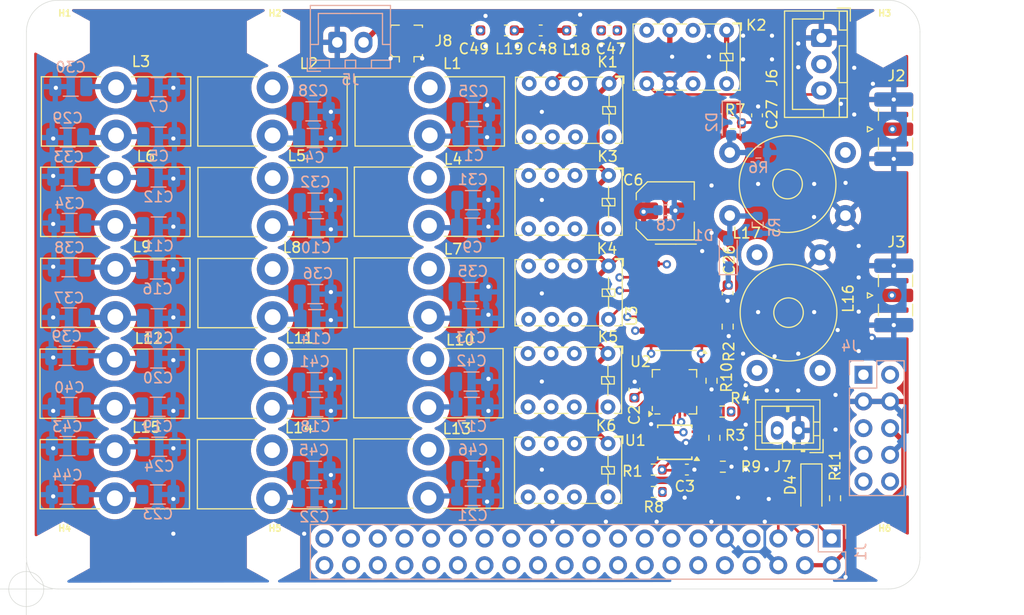
<source format=kicad_pcb>
(kicad_pcb (version 20241229) (generator "pcbnew") (generator_version "9.0")
  (layers (0 "F.Cu" signal) (4 "In1.Cu" signal) (6 "In2.Cu" signal) (2 "B.Cu" signal) (13 "F.Paste" user) (15 "B.Paste" user) (5 "F.SilkS" user "F.Silkscreen") (7 "B.SilkS" user "B.Silkscreen") (1 "F.Mask" user) (3 "B.Mask" user) (25 "Edge.Cuts" user))
  (net 0 "")
  (net 1 "GND")
  (net 2 "Net-(C28-Pad1)")
  (net 3 "Net-(C29-Pad1)")
  (net 4 "Net-(C30-Pad1)")
  (net 5 "Net-(C31-Pad1)")
  (net 6 "Net-(C10-Pad1)")
  (net 7 "Net-(C11-Pad1)")
  (net 8 "Net-(C12-Pad1)")
  (net 9 "Net-(C13-Pad1)")
  (net 10 "Net-(C14-Pad1)")
  (net 11 "Net-(C15-Pad1)")
  (net 12 "Net-(C16-Pad1)")
  (net 13 "Net-(C17-Pad1)")
  (net 14 "Net-(J1-Pin_1)")
  (net 15 "Net-(C1-Pad1)")
  (net 16 "Net-(C18-Pad1)")
  (net 17 "Net-(C19-Pad1)")
  (net 18 "Net-(C20-Pad1)")
  (net 19 "Net-(C21-Pad1)")
  (net 20 "Net-(C22-Pad1)")
  (net 21 "Net-(C23-Pad1)")
  (net 22 "Net-(C24-Pad1)")
  (net 23 "Net-(J1-Pin_3)")
  (net 24 "Net-(J4-Pin_6)")
  (net 25 "Net-(J1-Pin_5)")
  (net 55 "Net-(K1-Pad2)")
  (net 56 "Net-(K1-Pad3)")
  (net 61 "Net-(K3-Pad2)")
  (net 62 "Net-(K1-Pad6)")
  (net 63 "Net-(U3-O6)")
  (net 64 "Net-(K4-Pad2)")
  (net 65 "Net-(U3-O5)")
  (net 66 "Net-(K3-Pad6)")
  (net 67 "Net-(K4-Pad6)")
  (net 68 "Net-(U3-O3)")
  (net 69 "Net-(K5-Pad2)")
  (net 70 "Net-(K5-Pad6)")
  (net 71 "Net-(U3-O4)")
  (net 72 "Net-(K6-Pad2)")
  (net 77 "Net-(J6-Pin_3)")
  (net 79 "Net-(D1-K)")
  (net 80 "Net-(D2-K)")
  (net 81 "Net-(U2-GP1)")
  (net 82 "Net-(U2-GP2)")
  (net 83 "Net-(U2-GP3)")
  (net 84 "Net-(U2-GP4)")
  (net 85 "Net-(U3-O1)")
  (net 86 "Net-(J7-Pin_2)")
  (net 88 "Net-(U3-O2)")
  (net 89 "Net-(D1-A)")
  (net 90 "Net-(J3-In)")
  (net 91 "Net-(K6-Pad6)")
  (net 92 "Net-(U1-AIN1)")
  (net 93 "Net-(J2-In)")
  (net 94 "Net-(J5-Pin_2)")
  (net 101 "Net-(U2-GP5)")
  (net 102 "Net-(D2-A)")
  (net 103 "Net-(C47-Pad1)")
  (net 104 "Net-(C47-Pad2)")
  (net 105 "Net-(C48-Pad2)")
  (net 106 "Net-(U1-AIN3)")
  (net 108 "Net-(U2-GP7)")
  (net 111 "Net-(D4-K)")
  (net 112 "Net-(D4-A)")
  (footprint "Relay_THT:Relay_DPDT_AXICOM_IMSeries_Pitch5.08mm" (layer "F.Cu") (at 155.905 142.295 -90)
    (property "Reference" "K6")
    (property "Value" "IM02TS")
  )
  (footprint "Inductor_THT:L_Toroid_Vertical_L14.0mm_W6.3mm_P4.57mm_Pulse_A" (layer "F.Cu") (at 109.035 125.6825)
    (property "Reference" "L9")
    (property "Value" "773n")
  )
  (footprint "Capacitor_SMD:C_0603_1608Metric" (layer "F.Cu") (at 170.077 111.077 90)
    (property "Reference" "C27")
    (property "Value" "10n")
  )
  (footprint "Library:MountingHole_2.7mm_M2.5_KA" (layer "F.Cu") (at 104.08 103.63)
    (property "Reference" "H1")
    (property "Value" "2.5mm")
  )
  (footprint "Connector_Coaxial:U.FL_Molex_MCRF_73412-0110_Vertical" (layer "F.Cu") (at 136.75 104 180)
    (property "Reference" "J8")
    (property "Value" "RX")
  )
  (footprint "Inductor_THT:L_Toroid_Vertical_L14.0mm_W6.3mm_P4.57mm_Pulse_A" (layer "F.Cu") (at 138.945 108.42)
    (property "Reference" "L1")
    (property "Value" "2.42uh")
  )
  (footprint "Relay_THT:Relay_DPDT_AXICOM_IMSeries_Pitch5.08mm" (layer "F.Cu") (at 156.005 108.045 -90)
    (property "Reference" "K1")
    (property "Value" "IM02TS")
  )
  (footprint "Transformer_THT:Transformer_Toroid_Horizontal_D9.0mm_Amidon-T30" (layer "F.Cu") (at 167.485 120.615)
    (property "Reference" "L17")
    (property "Value" "T37-43 1:13")
  )
  (footprint "Inductor_THT:L_Toroid_Vertical_L14.0mm_W6.3mm_P4.57mm_Pulse_A" (layer "F.Cu") (at 123.985 108.42)
    (property "Reference" "L2")
    (property "Value" "3.01uh")
  )
  (footprint "Inductor_THT:L_Toroid_Vertical_L14.0mm_W6.3mm_P4.57mm_Pulse_A" (layer "F.Cu") (at 109.105 108.42)
    (property "Reference" "L3")
    (property "Value" "2.42uh")
  )
  (footprint "Relay_THT:Relay_DPDT_AXICOM_IMSeries_Pitch5.08mm" (layer "F.Cu") (at 155.895 133.7325 -90)
    (property "Reference" "K5")
    (property "Value" "IM02TS")
  )
  (footprint "Package_SO:SOIC-16_3.9x9.9mm_P1.27mm" (layer "F.Cu") (at 162.355 128.385 180)
    (property "Reference" "U3")
    (property "Value" "ULN2004A")
  )
  (footprint "Capacitor_SMD:C_0603_1608Metric" (layer "F.Cu") (at 163.405 144.775)
    (property "Reference" "C3")
    (property "Value" "100n")
  )
  (footprint "Resistor_SMD:R_0603_1608Metric" (layer "F.Cu") (at 177.5 147.5 -90)
    (property "Reference" "R11")
    (property "Value" "0")
  )
  (footprint "Library:MountingHole_2.7mm_M2.5_KA" (layer "F.Cu") (at 182.08 152.63)
    (property "Reference" "H6")
    (property "Value" "2.5mm")
  )
  (footprint "Capacitor_SMD:C_0603_1608Metric" (layer "F.Cu") (at 156.025 103 180)
    (property "Reference" "C47")
    (property "Value" "2.7n")
  )
  (footprint "Capacitor_SMD:C_0603_1608Metric" (layer "F.Cu") (at 149.5 103 180)
    (property "Reference" "C48")
    (property "Value" "820p")
  )
  (footprint "Library:MountingHole_2.7mm_M2.5_KA" (layer "F.Cu") (at 124.08 103.63)
    (property "Reference" "H2")
    (property "Value" "2.5mm")
  )
  (footprint "Connector_Coaxial:SMA_Samtec_SMA-J-P-H-ST-EM1_EdgeMount" (layer "F.Cu") (at 183.3375 128.205)
    (property "Reference" "J3")
    (property "Value" "Antenna")
  )
  (footprint "Inductor_THT:L_Toroid_Vertical_L14.0mm_W6.3mm_P4.57mm_Pulse_A" (layer "F.Cu") (at 109.035 117.02125)
    (property "Reference" "L6")
    (property "Value" "1.38u")
  )
  (footprint "Capacitor_SMD:C_Elec_5x5.8" (layer "F.Cu") (at 161.349 120.163)
    (property "Reference" "C6")
    (property "Value" "33µ 25V")
  )
  (footprint "Capacitor_SMD:C_0603_1608Metric" (layer "F.Cu") (at 167.285 127.999 -90)
    (property "Reference" "C26")
    (property "Value" "10n")
  )
  (footprint "Inductor_THT:L_Toroid_Vertical_L14.0mm_W6.3mm_P4.57mm_Pulse_A" (layer "F.Cu") (at 108.985 142.929)
    (property "Reference" "L15")
    (property "Value" "300n")
  )
  (footprint "Library:MountingHole_2.7mm_M2.5_KA" (layer "F.Cu") (at 104.08 152.63)
    (property "Reference" "H4")
    (property "Value" "2.5mm")
  )
  (footprint "Library:MountingHole_2.7mm_M2.5_KA" (layer "F.Cu") (at 124.08 152.63)
    (property "Reference" "H5")
    (property "Value" "2.5mm")
  )
  (footprint "Resistor_SMD:R_0603_1608Metric" (layer "F.Cu") (at 165.75 136.325 -90)
    (property "Reference" "R10")
    (property "Value" "3k9")
  )
  (footprint "Transformer_THT:Transformer_Toroid_Horizontal_D9.0mm_Amidon-T30" (layer "F.Cu") (at 176.075 135.345 90)
    (property "Reference" "L16")
    (property "Value" "T37-43 1:13")
  )
  (footprint "Resistor_SMD:R_0603_1608Metric" (layer "F.Cu") (at 167.285 131.173 -90)
    (property "Reference" "R2")
    (property "Value" "10k")
  )
  (footprint "Connector_JST:JST_PH_B2B-PH-K_1x02_P2.00mm_Vertical" (layer "F.Cu") (at 174 141.05 180)
    (property "Reference" "J7")
    (property "Value" "PTT IN")
  )
  (footprint "Library:MountingHole_2.7mm_M2.5_KA" (layer "F.Cu") (at 182.08 103.63)
    (property "Reference" "H3")
    (property "Value" "2.5mm")
  )
  (footprint "Resistor_SMD:R_0603_1608Metric" (layer "F.Cu") (at 166.023 141.754 -90)
    (property "Reference" "R3")
    (property "Value" "1k")
  )
  (footprint "Connector_Coaxial:SMA_Samtec_SMA-J-P-H-ST-EM1_EdgeMount" (layer "F.Cu") (at 183.3375 112.395)
    (property "Reference" "J2")
    (property "Value" "Input")
  )
  (footprint "Resistor_SMD:R_0603_1608Metric" (layer "F.Cu") (at 166.785 139.255 180)
    (property "Reference" "R4")
    (property "Value" "9.0k")
  )
  (footprint "Inductor_THT:L_Toroid_Vertical_L14.0mm_W6.3mm_P4.57mm_Pulse_A" (layer "F.Cu") (at 123.935 134.32525)
    (property "Reference" "L11")
    (property "Value" "561n")
  )
  (footprint "Inductor_THT:L_Toroid_Vertical_L14.0mm_W6.3mm_P4.57mm_Pulse_A" (layer "F.Cu") (at 138.875 125.6525)
    (property "Reference" "L7")
    (property "Value" "773n")
  )
  (footprint "Connector_JST:JST_XH_B3B-XH-A_1x03_P2.50mm_Vertical" (layer "F.Cu") (at 176.203 103.713 -90)
    (property "Reference" "J6")
    (property "Value" "PA")
  )
  (footprint "Inductor_SMD:L_0603_1608Metric" (layer "F.Cu") (at 146.2125 103 180)
    (property "Reference" "L19")
    (property "Value" "2.700µ")
  )
  (footprint "Relay_THT:Relay_DPDT_AXICOM_IMSeries_Pitch5.08mm" (layer "F.Cu") (at 167.185 102.985 -90)
    (property "Reference" "K2")
    (property "Value" "IM02TS")
  )
  (footprint "Capacitor_SMD:C_0603_1608Metric" (layer "F.Cu") (at 143 103 180)
    (property "Reference" "C49")
    (property "Value" "2.7n")
  )
  (footprint "Diode_SMD:D_SOD-123" (layer "F.Cu") (at 175.25 146.6 -90)
    (property "Reference" "D4")
    (property "Value" "MBR0520")
  )
  (footprint "Inductor_THT:L_Toroid_Vertical_L14.0mm_W6.3mm_P4.57mm_Pulse_A" (layer "F.Cu") (at 138.875 117.00625)
    (property "Reference" "L4")
    (property "Value" "1.38u")
  )
  (footprint "Inductor_THT:L_Toroid_Vertical_L14.0mm_W6.3mm_P4.57mm_Pulse_A" (layer "F.Cu") (at 123.995 125.6975)
    (property "Reference" "L8")
    (property "Value" "990n")
  )
  (footprint "Inductor_THT:L_Toroid_Vertical_L14.0mm_W6.3mm_P4.57mm_Pulse_A" (layer "F.Cu") (at 108.975 134.31775)
    (property "Reference" "L12")
    (property "Value" "444n")
  )
  (footprint "Resistor_SMD:R_0603_1608Metric" (layer "F.Cu") (at 166.825 144.5)
    (property "Reference" "R9")
    (property "Value" "1k")
  )
  (footprint "Relay_THT:Relay_DPDT_AXICOM_IMSeries_Pitch5.08mm" (layer "F.Cu") (at 155.955 116.7875 -90)
    (property "Reference" "K3")
    (property "Value" "IM02TS")
  )
  (footprint "Resistor_SMD:R_0603_1608Metric" (layer "F.Cu") (at 160.255 144.773 180)
    (property "Reference" "R1")
    (property "Value" "10k")
  )
  (footprint "Inductor_THT:L_Toroid_Vertical_L14.0mm_W6.3mm_P4.57mm_Pulse_A" (layer "F.Cu") (at 138.825 142.869)
    (property "Reference" "L13")
    (property "Value" "300n")
  )
  (footprint "Package_SO:TSSOP-10_3x3mm_P0.5mm" (layer "F.Cu") (at 162.255 142.175 180)
    (property "Reference" "U1")
    (property "Value" "ADS1115IDGS")
  )
  (footprint "Inductor_THT:L_Toroid_Vertical_L14.0mm_W6.3mm_P4.57mm_Pulse_A" (layer "F.Cu") (at 123.945 142.929)
    (property "Reference" "L14")
    (property "Value" "380n")
  )
  (footprint "Inductor_THT:L_Toroid_Vertical_L14.0mm_W6.3mm_P4.57mm_Pulse_A" (layer "F.Cu") (at 123.995 117.04375)
    (property "Reference" "L5")
    (property "Value" "1.70u")
  )
  (footprint "Inductor_SMD:L_0603_1608Metric" (layer "F.Cu") (at 152.75 103)
    (property "Reference" "L18")
    (property "Value" "2.700µ")
  )
  (footprint "Relay_THT:Relay_DPDT_AXICOM_IMSeries_Pitch5.08mm" (layer "F.Cu") (at 155.955 125.4 -90)
    (property "Reference" "K4")
    (property "Value" "IM02TS")
  )
  (footprint "Package_DFN_QFN:QFN-20-1EP_4x4mm_P0.5mm_EP2.5x2.5mm" (layer "F.Cu") (at 162.225 137.375 90)
    (property "Reference" "U2")
    (property "Value" "MCP23008-xML")
  )
  (footprint "Resistor_SMD:R_0603_1608Metric" (layer "F.Cu") (at 167.771 111.839 180)
    (property "Reference" "R7")
    (property "Value" "10k")
  )
  (footprint "Capacitor_SMD:C_0603_1608Metric" (layer "F.Cu") (at 158.415 137.165 90)
    (property "Reference" "C2")
    (property "Value" "100n")
  )
  (footprint "Resistor_SMD:R_0603_1608Metric" (layer "F.Cu") (at 160.255 146.902 180)
    (property "Reference" "R8")
    (property "Value" "10k")
  )
  (footprint "Inductor_THT:L_Toroid_Vertical_L14.0mm_W6.3mm_P4.57mm_Pulse_A" (layer "F.Cu") (at 138.815 134.27275)
    (property "Reference" "L10")
    (property "Value" "444n")
  )
  (footprint "Capacitor_SMD:C_1206_3216Metric" (layer "B.Cu") (at 143.045 119.145)
    (property "Reference" "C31")
    (property "Value" "0p")
  )
  (footprint "Capacitor_SMD:C_1206_3216Metric" (layer "B.Cu") (at 113.065 138.805)
    (property "Reference" "C19")
    (property "Value" "220p")
  )
  (footprint "Capacitor_SMD:C_0603_1608Metric" (layer "B.Cu") (at 161.429 120.103)
    (property "Reference" "C8")
    (property "Value" "100n")
  )
  (footprint "Capacitor_SMD:C_1206_3216Metric" (layer "B.Cu") (at 104.605 116.885 180)
    (property "Reference" "C33")
    (property "Value" "0p")
  )
  (footprint "Capacitor_SMD:C_1206_3216Metric" (layer "B.Cu") (at 128.075 138.83)
    (property "Reference" "C18")
    (property "Value" "220p")
  )
  (footprint "Capacitor_SMD:C_1206_3216Metric" (layer "B.Cu") (at 143.145 113.055)
    (property "Reference" "C1")
    (property "Value" "470p")
  )
  (footprint "Capacitor_SMD:C_1206_3216Metric" (layer "B.Cu") (at 142.921 136.401)
    (property "Reference" "C42")
    (property "Value" "33p")
  )
  (footprint "Capacitor_SMD:C_1206_3216Metric" (layer "B.Cu") (at 127.935 144.893)
    (property "Reference" "C45")
    (property "Value" "0p")
  )
  (footprint "Capacitor_SMD:C_1206_3216Metric" (layer "B.Cu") (at 142.895 130.375)
    (property "Reference" "C13")
    (property "Value" "150p")
  )
  (footprint "Capacitor_SMD:C_1206_3216Metric" (layer "B.Cu") (at 128.059 128.081)
    (property "Reference" "C36")
    (property "Value" "0p")
  )
  (footprint "Capacitor_SMD:C_1206_3216Metric" (layer "B.Cu") (at 104.475 147.159 180)
    (property "Reference" "C44")
    (property "Value" "0p")
  )
  (footprint "Capacitor_SMD:C_1206_3216Metric" (layer "B.Cu") (at 142.955 138.815)
    (property "Reference" "C17")
    (property "Value" "47p")
  )
  (footprint "Capacitor_SMD:C_1206_3216Metric" (layer "B.Cu") (at 142.791 127.875)
    (property "Reference" "C35")
    (property "Value" "33p")
  )
  (footprint "Capacitor_SMD:C_1206_3216Metric" (layer "B.Cu") (at 113.085 147.145)
    (property "Reference" "C23")
    (property "Value" "150p")
  )
  (footprint "Capacitor_SMD:C_1206_3216Metric" (layer "B.Cu") (at 127.995 113.235)
    (property "Reference" "C4")
    (property "Value" "820p")
  )
  (footprint "Capacitor_SMD:C_1206_3216Metric" (layer "B.Cu") (at 113.145 108.395)
    (property "Reference" "C7")
    (property "Value" "470p")
  )
  (footprint "Capacitor_SMD:C_1206_3216Metric" (layer "B.Cu") (at 127.997 136.463)
    (property "Reference" "C41")
    (property "Value" "0p")
  )
  (footprint "Capacitor_SMD:C_1206_3216Metric" (layer "B.Cu") (at 104.691 121.319 180)
    (property "Reference" "C34")
    (property "Value" "0p")
  )
  (footprint "Resistor_SMD:R_0603_1608Metric" (layer "B.Cu") (at 170.205 114.615)
    (property "Reference" "R6")
    (property "Value" "51")
  )
  (footprint "Diode_SMD:D_SOD-323_HandSoldering" (layer "B.Cu") (at 167.34 124.221 90)
    (property "Reference" "D1")
    (property "Value" "1n5711wds")
  )
  (footprint "Diode_SMD:D_SOD-323_HandSoldering" (layer "B.Cu") (at 167.619 111.725 -90)
    (property "Reference" "D2")
    (property "Value" "1n5711wds")
  )
  (footprint "Capacitor_SMD:C_1206_3216Metric" (layer "B.Cu") (at 113.175 113.105)
    (property "Reference" "C5")
    (property "Value" "820p")
  )
  (footprint "Connector_PinSocket_2.54mm:PinSocket_2x05_P2.54mm_Vertical" (layer "B.Cu") (at 180.2 135.7536 180)
    (property "Reference" "J4")
    (property "Value" "Pwr")
  )
  (footprint "Capacitor_SMD:C_1206_3216Metric" (layer "B.Cu") (at 128.135 121.82)
    (property "Reference" "C10")
    (property "Value" "680p")
  )
  (footprint "Capacitor_SMD:C_1206_3216Metric" (layer "B.Cu") (at 113.215 142.605)
    (property "Reference" "C24")
    (property "Value" "47p")
  )
  (footprint "Capacitor_SMD:C_1206_3216Metric" (layer "B.Cu") (at 128.059 119.383)
    (property "Reference" "C32")
    (property "Value" "0p")
  )
  (footprint "Capacitor_SMD:C_1206_3216Metric" (layer "B.Cu") (at 143.075 144.859)
    (property "Reference" "C46")
    (property "Value" "10p")
  )
  (footprint "Capacitor_SMD:C_1206_3216Metric" (layer "B.Cu") (at 104.499 113.191 180)
    (property "Reference" "C29")
    (property "Value" "390p")
  )
  (footprint "Capacitor_SMD:C_1206_3216Metric" (layer "B.Cu") (at 143.025 147.285)
    (property "Reference" "C21")
    (property "Value" "47p")
  )
  (footprint "Capacitor_SMD:C_1206_3216Metric" (layer "B.Cu") (at 113.145 116.985)
    (property "Reference" "C12")
    (property "Value" "270p")
  )
  (footprint "Capacitor_SMD:C_1206_3216Metric" (layer "B.Cu") (at 113.145 130.385)
    (property "Reference" "C15")
    (property "Value" "390p")
  )
  (footprint "Capacitor_SMD:C_1206_3216Metric" (layer "B.Cu") (at 113.065 125.735)
    (property "Reference" "C16")
    (property "Value" "150p")
  )
  (footprint "Connector_JST:JST_XH_B2B-XH-A_1x02_P2.50mm_Vertical" (layer "B.Cu") (at 130.149 104.135)
    (property "Reference" "J5")
    (property "Value" "RX")
  )
  (footprint "Capacitor_SMD:C_1206_3216Metric" (layer "B.Cu") (at 143.107 110.747)
    (property "Reference" "C25")
    (property "Value" "0p")
  )
  (footprint "Capacitor_SMD:C_1206_3216Metric" (layer "B.Cu") (at 113.155 121.655)
    (property "Reference" "C11")
    (property "Value" "680p")
  )
  (footprint "Capacitor_SMD:C_1206_3216Metric" (layer "B.Cu") (at 143.015 121.765)
    (property "Reference" "C9")
    (property "Value" "270p")
  )
  (footprint "Capacitor_SMD:C_1206_3216Metric" (layer "B.Cu") (at 104.797 108.345 180)
    (property "Reference" "C30")
    (property "Value" "0p")
  )
  (footprint "Capacitor_SMD:C_1206_3216Metric" (layer "B.Cu") (at 104.413 133.951 180)
    (property "Reference" "C39")
    (property "Value" "33p")
  )
  (footprint "Capacitor_SMD:C_1206_3216Metric" (layer "B.Cu") (at 127.867 110.699)
    (property "Reference" "C28")
    (property "Value" "390p")
  )
  (footprint "Capacitor_SMD:C_1206_3216Metric" (layer "B.Cu") (at 104.629 130.305 180)
    (property "Reference" "C37")
    (property "Value" "0p")
  )
  (footprint "Capacitor_SMD:C_1206_3216Metric" (layer "B.Cu") (at 104.667 138.825 180)
    (property "Reference" "C40")
    (property "Value" "0p")
  )
  (footprint "Capacitor_SMD:C_1206_3216Metric" (layer "B.Cu") (at 104.475 142.539 180)
    (property "Reference" "C43")
    (property "Value" "10p")
  )
  (footprint "Connector_PinSocket_2.54mm:PinSocket_2x20_P2.54mm_Vertical" (layer "B.Cu") (at 177.18 151.33 90)
    (property "Reference" "J1")
    (property "Value" "GPIO")
  )
  (footprint "Capacitor_SMD:C_1206_3216Metric" (layer "B.Cu") (at 113.105 134.205)
    (property "Reference" "C20")
    (property "Value" "47p")
  )
  (footprint "Capacitor_SMD:C_1206_3216Metric" (layer "B.Cu") (at 128.135 130.465)
    (property "Reference" "C14")
    (property "Value" "390p")
  )
  (footprint "Resistor_SMD:R_0603_1608Metric" (layer "B.Cu") (at 170.143 121.481 -90)
    (property "Reference" "R5")
    (property "Value" "51")
  )
  (footprint "Capacitor_SMD:C_1206_3216Metric" (layer "B.Cu") (at 104.667 125.521 180)
    (property "Reference" "C38")
    (property "Value" "33p")
  )
  (footprint "Capacitor_SMD:C_1206_3216Metric" (layer "B.Cu") (at 127.975 147.425)
    (property "Reference" "C22")
    (property "Value" "150p")
  )
  (gr_arc (start 182.58 100.13) (mid 184.70132 101.00868) (end 185.58 103.13) (stroke (width 0.05)) (layer "Edge.Cuts"))
  (gr_arc (start 103.58 156.13) (mid 101.455147 155.247782) (end 100.580017 153.12) (stroke (width 0.05)) (layer "Edge.Cuts"))
  (gr_line (start 100.58 103.12) (end 100.58 153.12) (stroke (width 0.05)) (layer "Edge.Cuts"))
  (gr_arc (start 100.580001 103.12) (mid 101.462207 101.005136) (end 103.58 100.129984) (stroke (width 0.05)) (layer "Edge.Cuts"))
  (gr_line (start 103.58 156.13) (end 182.58 156.13) (stroke (width 0.05)) (layer "Edge.Cuts"))
  (gr_line (start 185.58 103.13) (end 185.58 153.13) (stroke (width 0.05)) (layer "Edge.Cuts"))
  (gr_arc (start 185.58 153.13) (mid 184.70132 155.25132) (end 182.58 156.13) (stroke (width 0.05)) (layer "Edge.Cuts"))
  (gr_line (start 103.58 100.13) (end 182.58 100.13) (stroke (width 0.05)) (layer "Edge.Cuts"))
  (gr_text "©2025 Mario P. Vano\nLow Pass Filter Board\nLP2 ver 2.2" (at 114.046 103.886 0) (layer "F.Cu") (effects (font (size 0.7 0.7) (thickness 0.15) (bold yes))))
  (target plus (at 100.5646 156.1368) (size 5) (width 0.05) (layer "Edge.Cuts"))
  (segment (start 163.58 142.175) (end 163.322 142.24) (width 0.25) (layer "F.Cu") (net 1))
  (segment (start 162.152803 140.5) (end 160.050002 140.5) (width 0.2) (layer "F.Cu") (net 1))
  (segment (start 164.405 142.175) (end 163.58 142.175) (width 0.25) (layer "F.Cu") (net 1))
  (segment (start 136.75 105.5) (end 138.061 105.5) (width 0.5) (layer "F.Cu") (net 1))
  (segment (start 162.152803 139.384697) (end 162.225 139.3125) (width 0.2) (layer "F.Cu") (net 1))
  (segment (start 163.322 142.24) (end 163.449 142.306) (width 0.25) (layer "F.Cu") (net 1))
  (segment (start 135.275 104) (end 135.275 105.614) (width 0.5) (layer "F.Cu") (net 1))
  (segment (start 163.449 143.044) (end 163.58 143.175) (width 0.25) (layer "F.Cu") (net 1))
  (segment (start 166.023 142.579) (end 165.619 142.175) (width 0.25) (layer "F.Cu") (net 1))
  (segment (start 178.479 155.021) (end 178.5 155) (width 0.2) (layer "F.Cu") (net 1))
  (segment (start 138.225 104) (end 138.225 105.664) (width 0.5) (layer "F.Cu") (net 1))
  (segment (start 162.225 139.325) (end 162.225 139.3125) (width 0.2) (layer "F.Cu") (net 1))
  (segment (start 160.275 136.875) (end 158.895 136.875) (width 0.25) (layer "F.Cu") (net 1))
  (segment (start 135.275 105.614) (end 135.225 105.664) (width 0.5) (layer "F.Cu") (net 1))
  (segment (start 161.225 139.325) (end 161.225 140.5) (width 0.2) (layer "F.Cu") (net 1))
  (segment (start 135.389 105.5) (end 135.225 105.664) (width 0.5) (layer "F.Cu") (net 1))
  (segment (start 163.85 143.175) (end 163.58 143.175) (width 0.25) (layer "F.Cu") (net 1))
  (segment (start 162.152803 140.5) (end 162.152803 139.384697) (width 0.2) (layer "F.Cu") (net 1))
  (segment (start 138.061 105.5) (end 138.225 105.664) (width 0.5) (layer "F.Cu") (net 1))
  (segment (start 136.75 105.5) (end 135.389 105.5) (width 0.5) (layer "F.Cu") (net 1))
  (segment (start 161.725 139.325) (end 161.725 140.5) (width 0.2) (layer "F.Cu") (net 1))
  (segment (start 160.116243 140.383757) (end 160 140.5) (width 0.2) (layer "F.Cu") (net 1))
  (segment (start 160.021945 140.428053) (end 160 140.449998) (width 0.2) (layer "F.Cu") (net 1))
  (segment (start 158.895 136.875) (end 158.44 136.42) (width 0.25) (layer "F.Cu") (net 1))
  (segment (start 160.050002 140.5) (end 160 140.449998) (width 0.2) (layer "F.Cu") (net 1))
  (segment (start 163.449 142.306) (end 163.449 143.044) (width 0.25) (layer "F.Cu") (net 1))
  (segment (start 165.619 142.175) (end 164.405 142.175) (width 0.25) (layer "F.Cu") (net 1))
  (via (at 144.526 121.666) (size 0.8) (drill 0.4) (layers "F.Cu" "B.Cu") (net 1))
  (via (at 114.554 150.876) (size 0.8) (drill 0.4) (layers "F.Cu" "B.Cu") (net 1))
  (via (at 144.399 113.157) (size 0.8) (drill 0.4) (layers "F.Cu" "B.Cu") (net 1))
  (via (at 165.75 137.15) (size 0.8) (drill 0.4) (layers "F.Cu" "B.Cu") (net 1))
  (via (at 171.5 103.5) (size 0.8) (drill 0.4) (layers "F.Cu" "B.Cu") (net 1))
  (via (at 144.25 104.5) (size 0.8) (drill 0.4) (layers "F.Cu" "B.Cu") (net 1))
  (via (at 144.25 101.616) (size 0.8) (drill 0.4) (layers "F.Cu" "B.Cu") (net 1))
  (via (at 129.54 113.284) (size 0.8) (drill 0.4) (layers "F.Cu" "B.Cu") (net 1))
  (via (at 174 104.25) (size 0.8) (drill 0.4) (layers "F.Cu" "B.Cu") (net 1))
  (via (at 170.18 117.602) (size 0.8) (drill 0.4) (layers "F.Cu" "B.Cu") (net 1))
  (via (at 162 105.5) (size 0.8) (drill 0.4) (layers "F.Cu" "B.Cu") (net 1))
  (via (at 149.606 119.126) (size 0.8) (drill 0.4) (layers "F.Cu" "B.Cu") (net 1))
  (via (at 169 144.75) (size 0.8) (drill 0.4) (layers "F.Cu" "B.Cu") (net 1))
  (via (at 152.5 104.5) (size 0.8) (drill 0.4) (layers "F.Cu" "B.Cu") (net 1))
  (via (at 103.124 147.32) (size 0.8) (drill 0.4) (layers "F.Cu" "B.Cu") (net 1))
  (via (at 174 133.75) (size 0.8) (drill 0.4) (layers "F.Cu" "B.Cu") (net 1))
  (via (at 153.25 101.5) (size 0.8) (drill 0.4) (layers "F.Cu" "B.Cu") (net 1))
  (via (at 167.28 128.716) (size 0.8) (drill 0.4) (layers "F.Cu" "B.Cu") (net 1))
  (via (at 168.75 103.5) (size 0.8) (drill 0.4) (layers "F.Cu" "B.Cu") (net 1))
  (via (at 171.75 134) (size 0.8) (drill 0.4) (layers "F.Cu" "B.Cu") (net 1))
  (via (at 114.554 139.192) (size 0.8) (drill 0.4) (layers "F.Cu" "B.Cu") (net 1))
  (via (at 183.0875 109.57) (size 0.8) (drill 0.4) (layers "F.Cu" "B.Cu") (net 1))
  (via (at 179.324 110.998) (size 0.8) (drill 0.4) (layers "F.Cu" "B.Cu") (net 1))
  (via (at 150.622 149.733) (size 0.8) (drill 0.4) (layers "F.Cu" "B.Cu") (net 1))
  (via (at 103.124 113.284) (size 0.8) (drill 0.4) (layers "F.Cu" "B.Cu") (net 1))
  (via (at 155.25 104.4) (size 0.8) (drill 0.4) (layers "F.Cu" "B.Cu") (net 1))
  (via (at 114.554 134.366) (size 0.8) (drill 0.4) (layers "F.Cu" "B.Cu") (net 1))
  (via (at 144.526 139.192) (size 0.8) (drill 0.4) (layers "F.Cu" "B.Cu") (net 1))
  (via (at 177.546 137.668) (size 0.8) (drill 0.4) (layers "F.Cu" "B.Cu") (net 1))
  (via (at 103.124 116.84) (size 0.8) (drill 0.4) (layers "F.Cu" "B.Cu") (net 1))
  (via (at 103.124 134.112) (size 0.8) (drill 0.4) (layers "F.Cu" "B.Cu") (net 1))
  (via (at 178.054 109.982) (size 0.8) (drill 0.4) (layers "F.Cu" "B.Cu") (net 1))
  (via (at 149.606 128.016) (size 0.8) (drill 0.4) (layers "F.Cu" "B.Cu") (net 1))
  (via (at 129.54 139.192) (size 0.8) (drill 0.4) (layers "F.Cu" "B.Cu") (net 1))
  (via (at 149.75 104.5) (size 0.8) (drill 0.4) (layers "F.Cu" "B.Cu") (net 1))
  (via (at 147.25 104.5) (size 0.8) (drill 0.4) (layers "F.Cu" "B.Cu") (net 1))
  (via (at 144.399 147.828) (size 0.8) (drill 0.4) (layers "F.Cu" "B.Cu") (net 1))
  (via (at 160.528 149.733) (size 0.8) (drill 0.4) (layers "F.Cu" "B.Cu") (net 1))
  (via (at 170.18 129.794) (size 0.8) (drill 0.4) (layers "F.Cu" "B.Cu") (net 1))
  (via (at 135.225 105.664) (size 0.8) (drill 0.4) (layers "F.Cu" "B.Cu") (net 1))
  (via (at 129.54 147.828) (size 0.8) (drill 0.4) (layers "F.Cu" "B.Cu") (net 1))
  (via (at 165.5 105.5) (size 0.8) (drill 0.4) (layers "F.Cu" "B.Cu") (net 1))
  (via (at 175.5 120.75) (size 0.8) (drill 0.4) (layers "F.Cu" "B.Cu") (net 1))
  (via (at 169 136.75) (size 0.8) (drill 0.4) (layers "F.Cu" "B.Cu") (net 1))
  (via (at 171.5 105.75) (size 0.8) (drill 0.4) (layers "F.Cu" "B.Cu") (net 1))
  (via (at 114.554 113.284) (size 0.8) (drill 0.4) (layers "F.Cu" "B.Cu") (net 1))
  (via (at 165.735 149.733) (size 0.8) (drill 0.4) (layers "F.Cu" "B.Cu") (net 1))
  (via (at 144.399 110.109) (size 0.8) (drill 0.4) (layers "F.Cu" "B.Cu") (net 1))
  (via (at 167.65 144.5) (size 0.8) (drill 0.4) (layers "F.Cu" "B.Cu") (net 1))
  (via (at 164.86 123.99) (size 0.8) (drill 0.4) (layers "F.Cu" "B.Cu") (net 1))
  (via (at 179.75 133.5) (size 0.8) (drill 0.4) (layers "F.Cu" "B.Cu") (net 1))
  (via (at 129.54 145.288) (size 0.8) (drill 0.4) (layers "F.Cu" "B.Cu") (net 1))
  (via (at 163.195 147.447) (size 0.8) (drill 0.4) (layers "F.Cu" "B.Cu") (net 1))
  (via (at 129.54 127.889) (size 0.8) (drill 0.4) (layers "F.Cu" "B.Cu") (net 1))
  (via (at 171 144.75) (size 0.8) (drill 0.4) (layers "F.Cu" "B.Cu") (net 1))
  (via (at 183.0875 131.03) (size 0.8) (drill 0.4) (layers "F.Cu" "B.Cu") (net 1))
  (via (at 144.526 119.126) (size 0.8) (drill 0.4) (layers "F.Cu" "B.Cu") (net 1))
  (via (at 144.526 127.381) (size 0.8) (drill 0.4) (layers "F.Cu" "B.Cu") (net 1))
  (via (at 172 137.25) (size 0.8) (drill 0.4) (layers "F.Cu" "B.Cu") (net 1))
  (via (at 103.124 121.412) (size 0.8) (drill 0.4) (layers "F.Cu" "B.Cu") (net 1))
  (via (at 181.102 108.077) (size 0.8) (drill 0.4) (layers "F.Cu" "B.Cu") (net 1))
  (via (at 103.124 130.302) (size 0.8) (drill 0.4) (layers "F.Cu" "B.Cu") (net 1))
  (via (at 114.554 108.458) (size 0.8) (drill 0.4) (layers "F.Cu" "B.Cu") (net 1))
  (via (at 155.702 149.733) (size 0.8) (drill 0.4) (layers "F.Cu" "B.Cu") (net 1))
  (via (at 183.0875 125.38) (size 0.8) (drill 0.4) (layers "F.Cu" "B.Cu") (net 1))
  (via (at 167.386 132.08) (size 0.8) (drill 0.4) (layers "F.Cu" "B.Cu") (net 1))
  (via (at 129.54 136.144) (size 0.8) (drill 0.4) (layers "F.Cu" "B.Cu") (net 1))
  (via (at 179.75 129.75) (size 0.8) (drill 0.4) (layers "F.Cu" "B.Cu") (net 1))
  (via (at 114.554 147.574) (size 0.8) (drill 0.4) (layers "F.Cu" "B.Cu") (net 1))
  (via (at 164.12 144.78) (size 0.8) (drill 0.4) (layers "F.Cu" "B.Cu") (net 1))
  (via (at 103.378 108.458) (size 0.8) (drill 0.4) (layers "F.Cu" "B.Cu") (net 1))
  (via (at 149.606 144.78) (size 0.8) (drill 0.4) (layers "F.Cu" "B.Cu") (net 1))
  (via (at 177.546 140.97) (size 0.8) (drill 0.4) (layers "F.Cu" "B.Cu") (net 1))
  (via (at 169 142.75) (size 0.8) (drill 0.4) (layers "F.Cu" "B.Cu") (net 1))
  (via (at 129.54 119.126) (size 0.8) (drill 0.4) (layers "F.Cu" "B.Cu") (net 1))
  (via (at 168.275 147.447) (size 0.8) (drill 0.4) (layers "F.Cu" "B.Cu") (net 1))
  (via (at 114.554 130.302) (size 0.8) (drill 0.4) (layers "F.Cu" "B.Cu") (net 1))
  (via (at 144.526 136.144) (size 0.8) (drill 0.4) (layers "F.Cu" "B.Cu") (net 1))
  (via (at 129.54 110.744) (size 0.8) (drill 0.4) (layers "F.Cu" "B.Cu") (net 1))
  (via (at 103.124 142.748) (size 0.8) (drill 0.4) (layers "F.Cu" "B.Cu") (net 1))
  (via (at 181 132.25) (size 0.8) (drill 0.4) (layers "F.Cu" "B.Cu") (net 1))
  (via (at 165.5 103.5) (size 0.8) (drill 0.4) (layers "F.Cu" "B.Cu") (net 1))
  (via (at 165.75 117.75) (size 0.8) (drill 0.4) (layers "F.Cu" "B.Cu") (net 1))
  (via (at 169 140.5) (size 0.8) (drill 0.4) (layers "F.Cu" "B.Cu") (net 1))
  (via (at 160 140.449998) (size 0.8) (drill 0.4) (layers "F.Cu" "B.Cu") (net 1))
  (via (at 163.322 142.24) (size 0.8) (drill 0.4) (layers "F.Cu" "B.Cu") (net 1))
  (via (at 158.44 136.42) (size 0.8) (drill 0.4) (layers "F.Cu" "B.Cu") (net 1))
  (via (at 179.75 126.5) (size 0.8) (drill 0.4) (layers "F.Cu" "B.Cu") (net 1))
  (via (at 103.124 125.476) (size 0.8) (drill 0.4) (layers "F.Cu" "B.Cu") (net 1))
  (via (at 138.225 105.664) (size 0.8) (drill 0.4) (layers "F.Cu" "B.Cu") (net 1))
  (via (at 171 137.25) (size 0.8) (drill 0.4) (layers "F.Cu" "B.Cu") (net 1))
  (via (at 144.526 130.048) (size 0.8) (drill 0.4) (layers "F.Cu" "B.Cu") (net 1))
  (via (at 114.554 117.094) (size 0.8) (drill 0.4) (layers "F.Cu" "B.Cu") (net 1))
  (via (at 168.75 133.75) (size 0.8) (drill 0.4) (layers "F.Cu" "B.Cu") (net 1))
  (via (at 127 150.876) (size 0.8) (drill 0.4) (layers "F.Cu" "B.Cu") (net 1))
  (via (at 144.399 144.78) (size 0.8) (drill 0.4) (layers "F.Cu" "B.Cu") (net 1))
  (via (at 178.5 117.5) (size 0.8) (drill 0.4) (layers "F.Cu" "B.Cu") (net 1))
  (via (at 114.554 142.748) (size 0.8) (drill 0.4) (layers "F.Cu" "B.Cu") (net 1))
  (via (at 169 138) (size 0.8) (drill 0.4) (layers "F.Cu" "B.Cu") (net 1))
  (via (at 162.306 120.142) (size 0.8) (drill 0.4) (layers "F.Cu" "B.Cu") (net 1))
  (via (at 179.75 123.5) (size 0.8) (drill 0.4) (layers "F.Cu" "B.Cu") (net 1))
  (via (at 157.25 104.4) (size 0.8) (drill 0.4) (layers "F.Cu" "B.Cu") (net 1))
  (via (at 129.54 121.92) (size 0.8) (drill 0.4) (layers "F.Cu" "B.Cu") (net 1))
  (via (at 149.606 110.744) (size 0.8) (drill 0.4) (layers "F.Cu" "B.Cu") (net 1))
  (via (at 177.546 144.75) (size 0.8) (drill 0.4) (layers "F.Cu" "B.Cu") (net 1))
  (via (at 171.196 147.574) (size 0.8) (drill 0.4) (layers "F.Cu" "B.Cu") (net 1))
  (via (at 170.18 110.236) (size 0.8) (drill 0.4) (layers "F.Cu" "B.Cu") (net 1))
  (via (at 168.75 105.75) (size 0.8) (drill 0.4) (layers "F.Cu" "B.Cu") (net 1))
  (via (at 175.514 129.794) (size 0.8) (drill 0.4) (layers "F.Cu" "B.Cu") (net 1))
  (via (at 170.815 149.733) (size 0.8) (drill 0.4) (layers "F.Cu" "B.Cu") (net 1))
  (via (at 114.554 121.666) (size 0.8) (drill 0.4) (layers "F.Cu" "B.Cu") (net 1))
  (via (at 129.54 130.556) (size 0.8) (drill 0.4) (layers "F.Cu" "B.Cu") (net 1))
  (via (at 179.324 106.553) (size 0.8) (drill 0.4) (layers "F.Cu" "B.Cu") (net 1))
  (via (at 183.0875 115.22) (size 0.8) (drill 0.4) (layers "F.Cu" "B.Cu") (net 1))
  (via (at 175.514 117.602) (size 0.8) (drill 0.4) (layers "F.Cu" "B.Cu") (net 1))
  (via (at 174 106.5) (size 0.8) (drill 0.4) (layers "F.Cu" "B.Cu") (net 1))
  (via (at 178.5 155) (size 0.8) (drill 0.4) (layers "F.Cu" "B.Cu") (net 1))
  (via (at 149.606 136.398) (size 0.8) (drill 0.4) (layers "F.Cu" "B.Cu") (net 1))
  (via (at 114.554 125.73) (size 0.8) (drill 0.4) (layers "F.Cu" "B.Cu") (net 1))
  (via (at 165.75 122.25) (size 0.8) (drill 0.4) (layers "F.Cu" "B.Cu") (net 1))
  (via (at 177.75 131.5) (size 0.8) (drill 0.4) (layers "F.Cu" "B.Cu") (net 1))
  (via (at 174 137.25) (size 0.8) (drill 0.4) (layers "F.Cu" "B.Cu") (net 1))
  (via (at 103.124 139.192) (size 0.8) (drill 0.4) (layers "F.Cu" "B.Cu") (net 1))
  (segment (start 184.04 139.5936) (end 184.04 142.0736) (width 0.5) (layer "B.Cu") (net 1))
  (segment (start 182.74 138.2936) (end 184.04 139.5936) (width 0.5) (layer "B.Cu") (net 1))
  (segment (start 172.1 153.87) (end 170.815 152.585) (width 0.5) (layer "B.Cu") (net 1))
  (segment (start 170.815 152.585) (end 170.815 149.733) (width 0.25) (layer "B.Cu") (net 1))
  (segment (start 168.275 152.585) (end 167.02 151.33) (width 0.25) (layer "B.Cu") (net 1))
  (segment (start 170.815 152.585) (end 168.275 152.585) (width 0.25) (layer "B.Cu") (net 1))
  (segment (start 184.04 142.0736) (end 182.74 143.3736) (width 0.5) (layer "B.Cu") (net 1))
  (segment (start 126.52 110.827) (end 126.392 110.699) (width 0.5) (layer "B.Cu") (net 2))
  (segment (start 126.52 113.235) (end 126.52 110.827) (width 0.5) (layer "B.Cu") (net 2))
  (segment (start 126.52 113.235) (end 124.23 113.235) (width 0.5) (layer "B.Cu") (net 2))
  (segment (start 124.23 113.235) (end 123.985 112.99) (width 0.5) (layer "B.Cu") (net 2))
  (segment (start 111.7 113.105) (end 109.22 113.105) (width 0.5) (layer "B.Cu") (net 3))
  (segment (start 108.904 113.191) (end 109.105 112.99) (width 0.5) (layer "B.Cu") (net 3))
  (segment (start 109.22 113.105) (end 109.105 112.99) (width 0.5) (layer "B.Cu") (net 3))
  (segment (start 105.974 113.191) (end 108.904 113.191) (width 0.5) (layer "B.Cu") (net 3))
  (segment (start 109.13 108.395) (end 109.105 108.42) (width 0.5) (layer "B.Cu") (net 4))
  (segment (start 106.272 108.345) (end 109.03 108.345) (width 0.5) (layer "B.Cu") (net 4))
  (segment (start 111.67 108.395) (end 109.13 108.395) (width 0.5) (layer "B.Cu") (net 4))
  (segment (start 109.03 108.345) (end 109.105 108.42) (width 0.5) (layer "B.Cu") (net 4))
  (segment (start 141.54 121.765) (end 139.06375 121.765) (width 0.5) (layer "B.Cu") (net 5))
  (segment (start 141.57 121.735) (end 141.54 121.765) (width 0.5) (layer "B.Cu") (net 5))
  (segment (start 139.06375 121.765) (end 138.875 121.57625) (width 0.5) (layer "B.Cu") (net 5))
  (segment (start 141.57 119.145) (end 141.57 121.735) (width 0.5) (layer "B.Cu") (net 5))
  (segment (start 124.20125 121.82) (end 123.995 121.61375) (width 0.5) (layer "B.Cu") (net 6))
  (segment (start 126.584 121.744) (end 126.66 121.82) (width 0.5) (layer "B.Cu") (net 6))
  (segment (start 126.584 119.383) (end 126.584 121.744) (width 0.5) (layer "B.Cu") (net 6))
  (segment (start 126.66 121.82) (end 124.20125 121.82) (width 0.5) (layer "B.Cu") (net 6))
  (segment (start 124.27125 121.89) (end 123.995 121.61375) (width 0.5) (layer "B.Cu") (net 6))
  (segment (start 106.166 121.319) (end 108.76275 121.319) (width 0.5) (layer "B.Cu") (net 7))
  (segment (start 108.76275 121.319) (end 109.035 121.59125) (width 0.5) (layer "B.Cu") (net 7))
  (segment (start 111.68 121.655) (end 109.09875 121.655) (width 0.5) (layer "B.Cu") (net 7))
  (segment (start 109.09875 121.655) (end 109.035 121.59125) (width 0.5) (layer "B.Cu") (net 7))
  (segment (start 108.89875 116.885) (end 109.035 117.02125) (width 0.5) (layer "B.Cu") (net 8))
  (segment (start 111.67 116.985) (end 109.07125 116.985) (width 0.5) (layer "B.Cu") (net 8))
  (segment (start 106.08 116.885) (end 108.89875 116.885) (width 0.5) (layer "B.Cu") (net 8))
  (segment (start 109.07125 116.985) (end 109.035 117.02125) (width 0.5) (layer "B.Cu") (net 8))
  (segment (start 141.42 130.375) (end 139.0275 130.375) (width 0.5) (layer "B.Cu") (net 9))
  (segment (start 139.0275 130.375) (end 138.875 130.2225) (width 0.5) (layer "B.Cu") (net 9))
  (segment (start 141.316 130.271) (end 141.42 130.375) (width 0.5) (layer "B.Cu") (net 9))
  (segment (start 141.316 127.875) (end 141.316 130.271) (width 0.5) (layer "B.Cu") (net 9))
  (segment (start 126.66 128.157) (end 126.584 128.081) (width 0.5) (layer "B.Cu") (net 10))
  (segment (start 126.66 130.465) (end 126.66 128.157) (width 0.5) (layer "B.Cu") (net 10))
  (segment (start 126.66 130.465) (end 124.1925 130.465) (width 0.5) (layer "B.Cu") (net 10))
  (segment (start 124.2625 130.535) (end 123.995 130.2675) (width 0.5) (layer "B.Cu") (net 10))
  (segment (start 124.1925 130.465) (end 123.995 130.2675) (width 0.5) (layer "B.Cu") (net 10))
  (segment (start 108.9825 130.305) (end 109.035 130.2525) (width 0.5) (layer "B.Cu") (net 11))
  (segment (start 109.1675 130.385) (end 109.035 130.2525) (width 0.5) (layer "B.Cu") (net 11))
  (segment (start 106.104 130.305) (end 108.9825 130.305) (width 0.5) (layer "B.Cu") (net 11))
  (segment (start 111.67 130.385) (end 109.1675 130.385) (width 0.5) (layer "B.Cu") (net 11))
  (segment (start 111.59 125.735) (end 109.0875 125.735) (width 0.5) (layer "B.Cu") (net 12))
  (segment (start 108.8735 125.521) (end 109.035 125.6825) (width 0.5) (layer "B.Cu") (net 12))
  (segment (start 106.142 125.521) (end 108.8735 125.521) (width 0.5) (layer "B.Cu") (net 12))
  (segment (start 109.0875 125.735) (end 109.035 125.6825) (width 0.5) (layer "B.Cu") (net 12))
  (segment (start 141.446 136.401) (end 141.446 138.781) (width 0.5) (layer "B.Cu") (net 13))
  (segment (start 141.446 138.781) (end 141.48 138.815) (width 0.5) (layer "B.Cu") (net 13))
  (segment (start 141.48 138.815) (end 139.04125 138.815) (width 0.5) (layer "B.Cu") (net 13))
  (segment (start 175.71 149.86) (end 177.18 151.33) (width 0.25) (layer "F.Cu") (net 14))
  (segment (start 160.275 137.375) (end 158.98 137.375) (width 0.25) (layer "F.Cu") (net 14))
  (segment (start 162.725 140.120934) (end 162.853803 140.249737) (width 0.25) (layer "F.Cu") (net 14))
  (segment (start 161.685 142.802208) (end 161.685 144.168) (width 0.25) (layer "F.Cu") (net 14))
  (segment (start 162.66 144.84) (end 161.147 144.84) (width 0.25) (layer "F.Cu") (net 14))
  (segment (start 173 149.053604) (end 173.806396 149.86) (width 0.25) (layer "F.Cu") (net 14))
  (segment (start 160.105 142.175) (end 161.057792 142.175) (width 0.25) (layer "F.Cu") (net 14))
  (segment (start 161.036 144.78) (end 161.08 144.773) (width 0.25) (layer "F.Cu") (net 14))
  (segment (start 158.98 137.375) (end 158.415 137.94) (width 0.25) (layer "F.Cu") (net 14))
  (segment (start 162.725 139.325) (end 162.725 140.120934) (width 0.25) (layer "F.Cu") (net 14))
  (segment (start 162.63 144.775) (end 163.43 145.575) (width 0.25) (layer "F.Cu") (net 14))
  (segment (start 161.685 144.168) (end 161.08 144.773) (width 0.25) (layer "F.Cu") (net 14))
  (segment (start 173 145.949) (end 173 149.053604) (width 0.25) (layer "F.Cu") (net 14))
  (segment (start 161.057792 142.175) (end 161.685 142.802208) (width 0.25) (layer "F.Cu") (net 14))
  (segment (start 163.43 145.575) (end 172.626 145.575) (width 0.25) (layer "F.Cu") (net 14))
  (segment (start 172.626 145.575) (end 173 145.949) (width 0.25) (layer "F.Cu") (net 14))
  (segment (start 173.806396 149.86) (end 175.71 149.86) (width 0.25) (layer "F.Cu") (net 14))
  (segment (start 161.147 144.84) (end 161.08 144.773) (width 0.25) (layer "F.Cu") (net 14))
  (via (at 161.08 146.902) (size 0.8) (drill 0.4) (layers "F.Cu" "B.Cu") (net 14))
  (via (at 162.853803 140.249737) (size 0.8) (drill 0.4) (layers "F.Cu" "B.Cu") (net 14))
  (via (at 161.036 144.78) (size 0.8) (drill 0.4) (layers "F.Cu" "B.Cu") (net 14))
  (via (at 158.415 137.94) (size 0.8) (drill 0.4) (layers "F.Cu" "B.Cu") (net 14))
  (segment (start 141.632 113.017) (end 141.67 113.055) (width 0.5) (layer "B.Cu") (net 15))
  (segment (start 141.67 113.055) (end 139.01 113.055) (width 0.5) (layer "B.Cu") (net 15))
  (segment (start 139.01 113.055) (end 138.945 112.99) (width 0.5) (layer "B.Cu") (net 15))
  (segment (start 141.632 110.747) (end 141.632 113.017) (width 0.5) (layer "B.Cu") (net 15))
  (segment (start 126.522 136.463) (end 126.522 138.752) (width 0.5) (layer "B.Cu") (net 16))
  (segment (start 126.6 138.83) (end 124.12375 138.83) (width 0.5) (layer "B.Cu") (net 16))
  (segment (start 126.522 138.752) (end 126.6 138.83) (width 0.5) (layer "B.Cu") (net 16))
  (segment (start 124.19375 138.9) (end 123.935 138.64125) (width 0.5) (layer "B.Cu") (net 16))
  (segment (start 124.12375 138.83) (end 123.935 138.64125) (width 0.5) (layer "B.Cu") (net 16))
  (segment (start 111.59 138.805) (end 109.14625 138.805) (width 0.5) (layer "B.Cu") (net 17))
  (segment (start 109.14625 138.805) (end 108.975 138.63375) (width 0.5) (layer "B.Cu") (net 17))
  (segment (start 106.142 138.825) (end 108.78375 138.825) (width 0.5) (layer "B.Cu") (net 17))
  (segment (start 108.78375 138.825) (end 108.975 138.63375) (width 0.5) (layer "B.Cu") (net 17))
  (segment (start 105.888 133.951) (end 108.86225 133.951) (width 0.5) (layer "B.Cu") (net 18))
  (segment (start 108.86225 133.951) (end 108.975 134.06375) (width 0.5) (layer "B.Cu") (net 18))
  (segment (start 111.63 134.205) (end 109.11625 134.205) (width 0.5) (layer "B.Cu") (net 18))
  (segment (start 109.11625 134.205) (end 108.975 134.06375) (width 0.5) (layer "B.Cu") (net 18))
  (segment (start 141.55 147.285) (end 138.925 147.285) (width 0.5) (layer "B.Cu") (net 19))
  (segment (start 141.6 144.605) (end 141.6 147.235) (width 0.5) (layer "B.Cu") (net 19))
  (segment (start 141.6 147.235) (end 141.55 147.285) (width 0.5) (layer "B.Cu") (net 19))
  (segment (start 126.46 147.385) (end 126.5 147.425) (width 0.5) (layer "B.Cu") (net 20))
  (segment (start 124.195 147.495) (end 123.945 147.245) (width 0.5) (layer "B.Cu") (net 20))
  (segment (start 126.46 144.893) (end 126.46 147.385) (width 0.5) (layer "B.Cu") (net 20))
  (segment (start 124.125 147.425) (end 123.945 147.245) (width 0.5) (layer "B.Cu") (net 20))
  (segment (start 126.5 147.425) (end 124.125 147.425) (width 0.5) (layer "B.Cu") (net 20))
  (segment (start 109.085 147.145) (end 108.985 147.245) (width 0.5) (layer "B.Cu") (net 21))
  (segment (start 105.95 147.159) (end 108.899 147.159) (width 0.5) (layer "B.Cu") (net 21))
  (segment (start 108.899 147.159) (end 108.985 147.245) (width 0.5) (layer "B.Cu") (net 21))
  (segment (start 111.61 147.145) (end 109.085 147.145) (width 0.5) (layer "B.Cu") (net 21))
  (segment (start 109.055 142.605) (end 108.985 142.675) (width 0.5) (layer "B.Cu") (net 22))
  (segment (start 111.74 142.605) (end 109.055 142.605) (width 0.5) (layer "B.Cu") (net 22))
  (segment (start 108.849 142.539) (end 108.985 142.675) (width 0.5) (layer "B.Cu") (net 22))
  (segment (start 105.95 142.539) (end 108.849 142.539) (width 0.5) (layer "B.Cu") (net 22))
  (segment (start 159.22 139.43) (end 160.275 138.375) (width 0.25) (layer "F.Cu") (net 23))
  (segment (start 160.23 145.573) (end 162.316604 145.573) (width 0.25) (layer "F.Cu") (net 23))
  (segment (start 162.316604 145.573) (end 162.793604 146.05) (width 0.25) (layer "F.Cu") (net 23))
  (segment (start 159.856996 144.773) (end 159.43 144.773) (width 0.25) (layer "F.Cu") (net 23))
  (segment (start 161.235 142.988604) (end 161.235 143.394996) (width 0.25) (layer "F.Cu") (net 23))
  (segment (start 172.339 146.05) (end 172.55 146.261) (width 0.25) (layer "F.Cu") (net 23))
  (segment (start 160.921396 142.675) (end 160.105 142.675) (width 0.25) (layer "F.Cu") (net 23))
  (segment (start 160.921396 142.675) (end 161.235 142.988604) (width 0.25) (layer "F.Cu") (net 23))
  (segment (start 159.28 142.675) (end 159.22 142.615) (width 0.25) (layer "F.Cu") (net 23))
  (segment (start 161.235 143.394996) (end 159.856996 144.773) (width 0.25) (layer "F.Cu") (net 23))
  (segment (start 160.105 142.675) (end 159.28 142.675) (width 0.25) (layer "F.Cu") (net 23))
  (segment (start 172.55 149.24) (end 174.64 151.33) (width 0.25) (layer "F.Cu") (net 23))
  (segment (start 159.43 144.773) (end 160.23 145.573) (width 0.25) (layer "F.Cu") (net 23))
  (segment (start 159.22 142.615) (end 159.22 139.43) (width 0.25) (layer "F.Cu") (net 23))
  (segment (start 172.55 146.261) (end 172.55 149.24) (width 0.25) (layer "F.Cu") (net 23))
  (segment (start 162.793604 146.05) (end 172.339 146.05) (width 0.25) (layer "F.Cu") (net 23))
  (segment (start 177.5 148.325) (end 177.575 148.4) (width 0.5) (layer "F.Cu") (net 24))
  (segment (start 177.575 148.4) (end 182.093492 148.4) (width 0.5) (layer "F.Cu") (net 24))
  (segment (start 184.041 142.1346) (end 182.74 140.8336) (width 0.5) (layer "F.Cu") (net 24))
  (segment (start 182.093492 148.4) (end 184.041 146.452492) (width 0.5) (layer "F.Cu") (net 24))
  (segment (start 184.041 146.452492) (end 184.041 142.1346) (width 0.5) (layer "F.Cu") (net 24))
  (via (at 167.61 139.255) (size 0.8) (drill 0.4) (layers "F.Cu" "B.Cu") (net 24))
  (segment (start 162.130208 146.023) (end 160.309 146.023) (width 0.25) (layer "F.Cu") (net 25))
  (segment (start 158.705 143.256) (end 158.786 143.175) (width 0.25) (layer "F.Cu") (net 25))
  (segment (start 162.130208 146.023) (end 162.607208 146.5) (width 0.25) (layer "F.Cu") (net 25))
  (segment (start 158.705 146.177) (end 159.43 146.902) (width 0.25) (layer "F.Cu") (net 25))
  (segment (start 172.1 146.558) (end 172.042 146.5) (width 0.25) (layer "F.Cu") (net 25))
  (segment (start 158.705 138.909052) (end 158.705 143.256) (width 0.25) (layer "F.Cu") (net 25))
  (segment (start 172.042 146.5) (end 162.607208 146.5) (width 0.25) (layer "F.Cu") (net 25))
  (segment (start 158.786 143.175) (end 160.105 143.175) (width 0.25) (layer "F.Cu") (net 25))
  (segment (start 158.705 143.256) (end 158.705 146.177) (width 0.25) (layer "F.Cu") (net 25))
  (segment (start 159.739052 137.875) (end 158.705 138.909052) (width 0.25) (layer "F.Cu") (net 25))
  (segment (start 172.1 151.33) (end 172.1 146.558) (width 0.25) (layer "F.Cu") (net 25))
  (segment (start 160.275 137.875) (end 159.739052 137.875) (width 0.25) (layer "F.Cu") (net 25))
  (segment (start 160.309 146.023) (end 159.43 146.902) (width 0.25) (layer "F.Cu") (net 25))
  (segment (start 161.785 104.215) (end 161.785 102.985) (width 0.5) (layer "F.Cu") (net 56))
  (segment (start 153.15 105.5) (end 160.5 105.5) (width 0.5) (layer "F.Cu") (net 56))
  (segment (start 150.605 108.045) (end 153.15 105.5) (width 0.5) (layer "F.Cu") (net 56))
  (segment (start 160.5 105.5) (end 161.785 104.215) (width 0.5) (layer "F.Cu") (net 56))
  (segment (start 157.02 126.48) (end 159.88 126.48) (width 0.25) (layer "F.Cu") (net 63))
  (segment (start 157 126.5) (end 157.02 126.48) (width 0.25) (layer "F.Cu") (net 63))
  (via (at 157 126.5) (size 0.8) (drill 0.4) (layers "F.Cu" "B.Cu") (net 63))
  (segment (start 157.012653 127.75) (end 159.88 127.75) (width 0.25) (layer "F.Cu") (net 65))
  (via (at 157.012653 127.75) (size 0.8) (drill 0.4) (layers "F.Cu" "B.Cu") (net 65))
  (segment (start 159.84 130.25) (end 159.88 130.29) (width 0.25) (layer "F.Cu") (net 68))
  (segment (start 157.737653 130.25) (end 159.84 130.25) (width 0.25) (layer "F.Cu") (net 68))
  (via (at 157.737653 130.25) (size 0.8) (drill 0.4) (layers "F.Cu" "B.Cu") (net 68))
  (segment (start 157.415 129.02) (end 159.88 129.02) (width 0.25) (layer "F.Cu") (net 71))
  (segment (start 155.955 130.48) (end 157.415 129.02) (width 0.25) (layer "F.Cu") (net 71))
  (segment (start 175.825 109.091) (end 160.611 109.091) (width 0.25) (layer "F.Cu") (net 77))
  (segment (start 176.203 108.713) (end 175.825 109.091) (width 0.25) (layer "F.Cu") (net 77))
  (segment (start 160.611 109.091) (end 159.585 108.065) (width 0.25) (layer "F.Cu") (net 77))
  (segment (start 166.484 131.149) (end 167.285 130.348) (width 0.25) (layer "F.Cu") (net 79))
  (segment (start 166.878 132.815418) (end 166.484 132.421418) (width 0.25) (layer "F.Cu") (net 79))
  (segment (start 166.878 141.297004) (end 166.878 132.815418) (width 0.25) (layer "F.Cu") (net 79))
  (segment (start 166.484 132.421418) (end 166.484 131.149) (width 0.25) (layer "F.Cu") (net 79))
  (segment (start 166.485 129.726) (end 166.485 128.1) (width 0.25) (layer "F.Cu") (net 79))
  (segment (start 167.285 130.526) (end 166.485 129.726) (width 0.25) (layer "F.Cu") (net 79))
  (segment (start 166.500004 141.675) (end 166.878 141.297004) (width 0.25) (layer "F.Cu") (net 79))
  (segment (start 166.485 128.1) (end 167.285 127.3) (width 0.25) (layer "F.Cu") (net 79))
  (segment (start 164.405 141.675) (end 166.500004 141.675) (width 0.25) (layer "F.Cu") (net 79))
  (via (at 167.386 127.254) (size 0.8) (drill 0.4) (layers "F.Cu" "B.Cu") (net 79))
  (segment (start 167.386 127.199) (end 167.285 127.3) (width 0.5) (layer "B.Cu") (net 79))
  (segment (start 167.386 127.254) (end 167.386 127.199) (width 0.5) (layer "B.Cu") (net 79))
  (segment (start 167.34 127.245) (end 167.331 127.254) (width 0.5) (layer "B.Cu") (net 79))
  (segment (start 167.331 127.254) (end 167.386 127.254) (width 0.5) (layer "B.Cu") (net 79))
  (segment (start 167.34 125.271) (end 167.34 127.245) (width 0.5) (layer "B.Cu") (net 79))
  (segment (start 168.656 112.005) (end 168.656 111.76) (width 0.5) (layer "F.Cu") (net 80))
  (segment (start 160.145 141.215) (end 160.105 141.175) (width 0.25) (layer "F.Cu") (net 80))
  (segment (start 168.656 111.76) (end 168.411 111.76) (width 0.5) (layer "F.Cu") (net 80))
  (segment (start 169.985 111.76) (end 170.077 111.852) (width 0.25) (layer "F.Cu") (net 80))
  (segment (start 160.155 141.225) (end 160.105 141.175) (width 0.25) (layer "F.Cu") (net 80))
  (segment (start 168.656 111.76) (end 169.985 111.76) (width 0.25) (layer "F.Cu") (net 80))
  (segment (start 168.411 111.76) (end 168.596 111.945) (width 0.5) (layer "F.Cu") (net 80))
  (segment (start 163.080126 141.225) (end 160.155 141.225) (width 0.25) (layer "F.Cu") (net 80))
  (segment (start 168.566 111.915) (end 168.656 112.005) (width 0.5) (layer "F.Cu") (net 80))
  (via (at 163.080126 141.225) (size 0.8) (drill 0.4) (layers "F.Cu" "B.Cu") (net 80))
  (via (at 168.656 111.76) (size 0.8) (drill 0.4) (layers "F.Cu" "B.Cu") (net 80))
  (segment (start 168.656 111.76) (end 168.656 111.712) (width 0.25) (layer "B.Cu") (net 80))
  (segment (start 168.656 111.712) (end 167.619 110.675) (width 0.25) (layer "B.Cu") (net 80))
  (segment (start 164.175 135.175) (end 164.175 136.375) (width 0.2) (layer "F.Cu") (net 81))
  (segment (start 164.484448 131.56) (end 163.555 132.489448) (width 0.2) (layer "F.Cu") (net 81))
  (segment (start 163.555 134.555) (end 164.175 135.175) (width 0.2) (layer "F.Cu") (net 81))
  (segment (start 164.83 131.56) (end 164.484448 131.56) (width 0.2) (layer "F.Cu") (net 81))
  (segment (start 163.555 132.489448) (end 163.555 134.555) (width 0.2) (layer "F.Cu") (net 81))
  (segment (start 163.225 135.425) (end 163.155 135.355) (width 0.2) (layer "F.Cu") (net 82))
  (segment (start 163.155 131.619448) (end 164.484448 130.29) (width 0.2) (layer "F.Cu") (net 82))
  (segment (start 163.155 135.355) (end 163.155 131.619448) (width 0.2) (layer "F.Cu") (net 82))
  (segment (start 164.484448 130.29) (end 164.83 130.29) (width 0.2) (layer "F.Cu") (net 82))
  (segment (start 164.484448 129.02) (end 164.83 129.02) (width 0.2) (layer "F.Cu") (net 83))
  (segment (start 162.725 130.779448) (end 164.484448 129.02) (width 0.2) (layer "F.Cu") (net 83))
  (segment (start 162.725 135.425) (end 162.725 130.779448) (width 0.2) (layer "F.Cu") (net 83))
  (segment (start 162.225 135.425) (end 162.225 130.009448) (width 0.2) (layer "F.Cu") (net 84))
  (segment (start 164.484448 127.75) (end 164.83 127.75) (width 0.2) (layer "F.Cu") (net 84))
  (segment (start 162.225 130.009448) (end 164.484448 127.75) (width 0.2) (layer "F.Cu") (net 84))
  (segment (start 161.46 125.21) (end 161.5 125.25) (width 0.25) (layer "F.Cu") (net 85))
  (segment (start 160 132.95) (end 159.88 132.83) (width 0.25) (layer "F.Cu") (net 85))
  (segment (start 160 133.75) (end 160 132.95) (width 0.25) (layer "F.Cu") (net 85))
  (segment (start 159.88 132.88) (end 160 133) (width 0.2) (layer "F.Cu") (net 85))
  (segment (start 159.88 125.21) (end 161.46 125.21) (width 0.25) (layer "F.Cu") (net 85))
  (via (at 161.5 125.25) (size 0.8) (drill 0.4) (layers "F.Cu" "B.Cu") (net 85))
  (via (at 160 133.75) (size 0.8) (drill 0.4) (layers "F.Cu" "B.Cu") (net 85))
  (segment (start 164.75 133.75) (end 164.83 133.67) (width 0.25) (layer "F.Cu") (net 86))
  (segment (start 164.75 133.75) (end 164.75 134.5) (width 0.25) (layer "F.Cu") (net 86))
  (segment (start 164.83 133.67) (end 164.83 132.83) (width 0.25) (layer "F.Cu") (net 86))
  (segment (start 164.75 134.5) (end 165.75 135.5) (width 0.25) (layer "F.Cu") (net 86))
  (via (at 164.75 133.75) (size 0.8) (drill 0.4) (layers "F.Cu" "B.Cu") (net 86))
  (segment (start 158.5 131.56) (end 159.88 131.56) (width 0.25) (layer "F.Cu") (net 88))
  (via (at 158.5 131.56) (size 0.8) (drill 0.4) (layers "F.Cu" "B.Cu") (net 88))
  (segment (start 167.526 120.656) (end 167.485 120.615) (width 0.5) (layer "B.Cu") (net 89))
  (segment (start 167.485 120.615) (end 167.485 123.026) (width 0.5) (layer "B.Cu") (net 89))
  (segment (start 170.143 120.656) (end 167.526 120.656) (width 0.5) (layer "B.Cu") (net 89))
  (via (at 182.91 128.205) (size 0.8) (drill 0.4) (layers "F.Cu" "B.Cu") (net 90))
  (segment (start 165.96 139.255) (end 165.96 140.865) (width 0.25) (layer "F.Cu") (net 92))
  (segment (start 165.022 141.175) (end 165.268 140.929) (width 0.25) (layer "F.Cu") (net 92))
  (segment (start 164.405 141.175) (end 165.022 141.175) (width 0.25) (layer "F.Cu") (net 92))
  (segment (start 165.268 140.929) (end 166.023 140.929) (width 0.25) (layer "F.Cu") (net 92))
  (via (at 182.96 112.395) (size 0.8) (drill 0.4) (layers "F.Cu" "B.Cu") (net 93))
  (segment (start 141.674 102.449) (end 138.576 102.449) (width 0.5) (layer "F.Cu") (net 94))
  (segment (start 142.225 103) (end 141.674 102.449) (width 0.5) (layer "F.Cu") (net 94))
  (segment (start 138.474 102.449) (end 134.335 102.449) (width 0.5) (layer "F.Cu") (net 94))
  (segment (start 136.75 102.5) (end 136.699 102.449) (width 0.5) (layer "F.Cu") (net 94))
  (segment (start 136.801 102.449) (end 136.75 102.5) (width 0.5) (layer "F.Cu") (net 94))
  (segment (start 134.335 102.449) (end 132.649 104.135) (width 0.5) (layer "F.Cu") (net 94))
  (segment (start 164.83 126.48) (end 163.855001 126.48) (width 0.2) (layer "F.Cu") (net 101))
  (segment (start 163.855001 126.48) (end 161.725 128.610001) (width 0.2) (layer "F.Cu") (net 101))
  (segment (start 161.725 128.610001) (end 161.725 135.425) (width 0.2) (layer "F.Cu") (net 101))
  (segment (start 167.485 114.615) (end 167.485 112.909) (width 0.5) (layer "B.Cu") (net 102))
  (segment (start 169.38 114.615) (end 167.485 114.615) (width 0.5) (layer "B.Cu") (net 102))
  (segment (start 156.8 103) (end 156.75 103) (width 0.5) (layer "F.Cu") (net 103))
  (via (at 156.75 103) (size 0.8) (drill 0.4) (layers "F.Cu" "B.Cu") (net 103))
  (segment (start 150.275 103) (end 151.9625 103) (width 0.5) (layer "F.Cu") (net 104))
  (via (at 155.25 103) (size 0.8) (drill 0.4) (layers "F.Cu" "B.Cu") (net 104))
  (via (at 151.9625 103) (size 0.8) (drill 0.4) (layers "F.Cu" "B.Cu") (net 104))
  (segment (start 147 103) (end 148.725 103) (width 0.5) (layer "F.Cu") (net 105))
  (via (at 147 103) (size 0.8) (drill 0.4) (layers "F.Cu" "B.Cu") (net 105))
  (via (at 143.775 103) (size 0.8) (drill 0.4) (layers "F.Cu" "B.Cu") (net 105))
  (segment (start 160.105 141.675) (end 161.195602 141.675) (width 0.25) (layer "F.Cu") (net 106))
  (segment (start 161.195602 141.675) (end 163.494602 143.974) (width 0.25) (layer "F.Cu") (net 106))
  (segment (start 163.494602 143.974) (end 165.474 143.974) (width 0.25) (layer "F.Cu") (net 106))
  (segment (start 165.474 143.974) (end 166 144.5) (width 0.25) (layer "F.Cu") (net 106))
  (segment (start 160.2875 136.375) (end 160.2875 135.4625) (width 0.2) (layer "F.Cu") (net 108))
  (segment (start 160.799 134.951) (end 160.799 134.935202) (width 0.2) (layer "F.Cu") (net 108))
  (segment (start 161.324 134.426) (end 161.324 127.741001) (width 0.2) (layer "F.Cu") (net 108))
  (segment (start 160.799 134.935202) (end 161.010202 134.724) (width 0.2) (layer "F.Cu") (net 108))
  (segment (start 161.324 127.741001) (end 163.855001 125.21) (width 0.2) (layer "F.Cu") (net 108))
  (segment (start 163.855001 125.21) (end 164.83 125.21) (width 0.2) (layer "F.Cu") (net 108))
  (segment (start 160.2875 135.4625) (end 160.799 134.951) (width 0.2) (layer "F.Cu") (net 108))
  (segment (start 161.026 134.724) (end 161.324 134.426) (width 0.2) (layer "F.Cu") (net 108))
  (segment (start 161.010202 134.724) (end 161.026 134.724) (width 0.2) (layer "F.Cu") (net 108))
  (segment (start 155.955 125.4) (end 154.805 126.55) (width 0.5) (layer "F.Cu") (net 111))
  (segment (start 159.88 123.94) (end 160.631 123.189) (width 0.4) (layer "F.Cu") (net 111))
  (segment (start 154.855 115.6875) (end 155.955 116.7875) (width 0.5) (layer "F.Cu") (net 111))
  (segment (start 159.2865 123.3465) (end 159.88 123.94) (width 0.5) (layer "F.Cu") (net 111))
  (segment (start 177.175 146.675) (end 177.5 146.675) (width 0.4) (layer "F.Cu") (net 111))
  (segment (start 154.805 117.9375) (end 154.805 124.25) (width 0.5) (layer "F.Cu") (net 111))
  (segment (start 154.805 132.642501) (end 155.642164 133.479665) (width 0.5) (layer "F.Cu") (net 111))
  (segment (start 175.25 144.95) (end 175.45 144.95) (width 0.4) (layer "F.Cu") (net 111))
  (segment (start 154.745 141.135) (end 155.905 142.295) (width 0.5) (layer "F.Cu") (net 111))
  (segment (start 167.185 105.565) (end 167.185 102.985) (width 0.5) (layer "F.Cu") (net 111))
  (segment (start 168.187 132.426484) (end 167.814484 132.799) (width 0.4) (layer "F.Cu") (net 111))
  (segment (start 154.745 134.8825) (end 154.745 140.905) (width 0.5) (layer "F.Cu") (net 111))
  (segment (start 155.895 133.7325) (end 154.745 134.8825) (width 0.5) (layer "F.Cu") (net 111))
  (segment (start 155.955 125.4) (end 157.415 123.94) (width 0.5) (layer "F.Cu") (net 111))
  (segment (start 154.855 109.195) (end 154.855 115.6875) (width 0.5) (layer "F.Cu") (net 111))
  (segment (start 154.805 126.55) (end 154.805 132.642501) (width 0.5) (layer "F.Cu") (net 111))
  (segment (start 167.814484 138.064484) (end 168.411 138.661) (width 0.4) (layer "F.Cu") (net 111))
  (segment (start 160.631 123.189) (end 165.837388 123.189) (width 0.4) (layer "F.Cu") (net 111))
  (segment (start 174.75 143.75) (end 175.25 144.25) (width 0.4) (layer "F.Cu") (net 111))
  (segment (start 157.3 106.75) (end 166 106.75) (width 0.5) (layer "F.Cu") (net 111))
  (segment (start 168.230484 143.75) (end 174.75 143.75) (width 0.4) (layer "F.Cu") (net 111))
  (segment (start 154.805 124.25) (end 155.955 125.4) (width 0.5) (layer "F.Cu") (net 111))
  (segment (start 175.45 144.95) (end 177.175 146.675) (width 0.4) (layer "F.Cu") (net 111))
  (segment (start 175.25 144.25) (end 175.25 144.95) (width 0.4) (layer "F.Cu") (net 111))
  (segment (start 168.187 125.538612) (end 168.187 132.426484) (width 0.4) (layer "F.Cu") (net 111))
  (segment (start 156.005 108.045) (end 157.3 106.75) (width 0.5) (layer "F.Cu") (net 111))
  (segment (start 165.837388 123.189) (end 168.187 125.538612) (width 0.4) (layer "F.Cu") (net 111))
  (segment (start 168 143.519516) (end 168.230484 143.75) (width 0.4) (layer "F.Cu") (net 111))
  (segment (start 168 140.195484) (end 168 143.519516) (width 0.4) (layer "F.Cu") (net 111))
  (segment (start 168.411 138.661) (end 168.411 139.784484) (width 0.4) (layer "F.Cu") (net 111))
  (segment (start 159.2865 120.25) (end 159.2865 123.3465) (width 0.5) (layer "F.Cu") (net 111))
  (segment (start 159.2865 120.163) (end 159.2865 120.25) (width 0.5) (layer "F.Cu") (net 111))
  (segment (start 167.814484 132.799) (end 167.814484 138.064484) (width 0.4) (layer "F.Cu") (net 111))
  (segment (start 155.955 116.7875) (end 154.805 117.9375) (width 0.5) (layer "F.Cu") (net 111))
  (segment (start 156.005 108.045) (end 154.855 109.195) (width 0.5) (layer "F.Cu") (net 111))
  (segment (start 166 106.75) (end 167.185 105.565) (width 0.5) (layer "F.Cu") (net 111))
  (segment (start 157.415 123.94) (end 159.88 123.94) (width 0.5) (layer "F.Cu") (net 111))
  (segment (start 168.411 139.784484) (end 168 140.195484) (width 0.4) (layer "F.Cu") (net 111))
  (via (at 159.2865 120.25) (size 0.8) (drill 0.4) (layers "F.Cu" "B.Cu") (net 111))
  (segment (start 159.258 120.142) (end 160.615 120.142) (width 0.5) (layer "B.Cu") (net 111))
  (segment (start 160.615 120.142) (end 160.654 120.103) (width 0.5) (layer "B.Cu") (net 111))
  (segment (start 177.18 153.87) (end 178.431 152.619) (width 0.4) (layer "F.Cu") (net 112))
  (segment (start 178.431 150.079) (end 177.686 149.334) (width 0.4) (layer "F.Cu") (net 112))
  (segment (start 177.18 153.87) (end 174.64 153.87) (width 0.4) (layer "F.Cu") (net 112))
  (segment (start 176.084 149.334) (end 175.25 148.5) (width 0.4) (layer "F.Cu") (net 112))
  (segment (start 175.25 148.5) (end 175.25 148.25) (width 0.4) (layer "F.Cu") (net 112))
  (segment (start 177.686 149.334) (end 176.084 149.334) (width 0.4) (layer "F.Cu") (net 112))
  (segment (start 178.431 152.619) (end 178.431 150.079) (width 0.4) (layer "F.Cu") (net 112))
  (zone (net 1) (net_name "GND") (layer "F.Cu") (connect_pads (clearance 0.508)) (min_thickness 0.25) (fill yes (thermal_gap 0.5) (thermal_bridge_width 0.5))
    (polygon (pts (xy 184.45 100.97) (xy 184.53 155.33) (xy 101.37 155.18) (xy 101.31 100.97)))
  )
  (zone (net 1) (net_name "GND") (layers "B.Cu" "In1.Cu" "In2.Cu") (priority 1) (connect_pads (clearance 0.508)) (min_thickness 0.25) (fill yes (thermal_gap 0.5) (thermal_bridge_width 0.5))
    (polygon (pts (xy 101.57 100.98) (xy 184.35 100.98) (xy 184.26 155.45) (xy 101.57 155.54) (xy 101.55 100.97)))
  )
)
</source>
